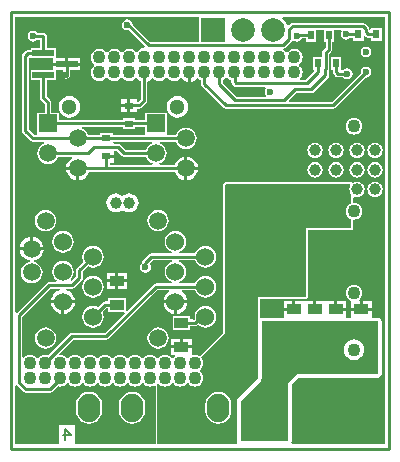
<source format=gbl>
G04*
G04 #@! TF.GenerationSoftware,Altium Limited,Altium Designer,21.1.1 (26)*
G04*
G04 Layer_Physical_Order=4*
G04 Layer_Color=16711680*
%FSLAX44Y44*%
%MOMM*%
G71*
G04*
G04 #@! TF.SameCoordinates,10801997-8E17-44FE-B4C4-5EB474501812*
G04*
G04*
G04 #@! TF.FilePolarity,Positive*
G04*
G01*
G75*
%ADD13C,0.2000*%
%ADD15C,0.2540*%
%ADD21R,1.2000X0.9000*%
%ADD31C,1.5240*%
%ADD37C,1.1000*%
%ADD38O,1.9000X2.4000*%
%ADD39C,1.5000*%
%ADD40C,2.0000*%
%ADD41R,2.0000X2.0000*%
%ADD42C,1.3000*%
%ADD43R,1.5000X1.5000*%
%ADD44C,0.6000*%
%ADD45C,1.0000*%
%ADD47R,0.6000X0.8000*%
%ADD48R,0.8000X0.6000*%
%ADD49R,1.8500X0.5500*%
G36*
X265120Y344500D02*
X266796D01*
Y339550D01*
X264716Y337471D01*
X264104Y336554D01*
X263889Y335474D01*
X263889Y335473D01*
Y331890D01*
X255850D01*
Y320890D01*
X256754D01*
X257206Y319620D01*
X249730Y312144D01*
X245453D01*
X245021Y313414D01*
X245312Y313638D01*
X246434Y315100D01*
X247140Y316803D01*
X247380Y318630D01*
X247140Y320457D01*
X246434Y322160D01*
X245312Y323622D01*
X244569Y324193D01*
Y325767D01*
X245312Y326338D01*
X246434Y327800D01*
X247140Y329503D01*
X247380Y331330D01*
X247140Y333157D01*
X246434Y334860D01*
X245312Y336322D01*
X243850Y337444D01*
X242147Y338150D01*
X240320Y338390D01*
X238493Y338150D01*
X236790Y337444D01*
X235327Y336322D01*
X234757Y335578D01*
X233183D01*
X232612Y336322D01*
X231150Y337444D01*
X230965Y337521D01*
X231095Y338842D01*
X231641Y338951D01*
X232557Y339563D01*
X238106Y345112D01*
X238106Y345112D01*
X238250Y345327D01*
X238401Y345432D01*
X239585Y345746D01*
X239877Y345650D01*
X240774Y345051D01*
X242530Y344702D01*
X244286Y345051D01*
X245774Y346046D01*
X246769Y347534D01*
X246801Y347696D01*
X249880D01*
Y344500D01*
X258880D01*
Y354946D01*
X265120D01*
Y344500D01*
D02*
G37*
G36*
X317232Y4078D02*
X238625D01*
X238090Y4798D01*
X237859Y5348D01*
X238058Y6350D01*
Y54593D01*
X243857Y60392D01*
X311150D01*
X312339Y60629D01*
X313347Y61302D01*
X314021Y62311D01*
X314258Y63500D01*
Y107950D01*
X314021Y109139D01*
X313347Y110147D01*
X312339Y110821D01*
X311150Y111058D01*
X306985D01*
X305720Y111070D01*
X305720Y112328D01*
Y116840D01*
X288640D01*
X288640Y111070D01*
X287375Y111058D01*
X285395D01*
X284130Y111070D01*
X284130Y112328D01*
Y116840D01*
X275590D01*
Y118110D01*
X274320D01*
Y125150D01*
X267620D01*
X266700Y125150D01*
X265780Y125150D01*
X259080D01*
Y118110D01*
X256540D01*
Y125150D01*
X249840D01*
X248920Y125150D01*
X248000Y125150D01*
X241300D01*
Y118110D01*
X240030D01*
Y116840D01*
X231490D01*
X231490Y111070D01*
X230225Y111058D01*
X212658D01*
X212444Y111015D01*
X211174Y112035D01*
Y126646D01*
X250190D01*
X251338Y127122D01*
X251814Y128270D01*
Y185066D01*
X288453D01*
X289601Y185542D01*
X290076Y186690D01*
Y193329D01*
X290830Y193990D01*
X292657Y194230D01*
X294360Y194935D01*
X295822Y196057D01*
X296945Y197520D01*
X297650Y199223D01*
X297890Y201050D01*
X297650Y202877D01*
X296945Y204580D01*
X295822Y206042D01*
X294360Y207164D01*
X292657Y207870D01*
X290830Y208110D01*
X290076Y208771D01*
Y212664D01*
X291346Y213513D01*
X291673Y213377D01*
X293370Y213154D01*
X295067Y213377D01*
X296648Y214032D01*
X298006Y215074D01*
X299048Y216432D01*
X299703Y218013D01*
X299926Y219710D01*
X299703Y221407D01*
X299048Y222988D01*
X298006Y224346D01*
X296648Y225388D01*
X295067Y226043D01*
X293370Y226266D01*
X291673Y226043D01*
X290092Y225388D01*
X289632Y225034D01*
X288354Y225589D01*
X288009Y225732D01*
X287728Y225978D01*
X287457Y225960D01*
X287206Y226064D01*
X182508Y226081D01*
X182508Y226081D01*
X182508Y226081D01*
X181887Y225824D01*
X181360Y225605D01*
X181360Y225605D01*
X181360Y225605D01*
X180462Y224707D01*
X180462Y224707D01*
X180462Y224707D01*
X180210Y224098D01*
X179986Y223559D01*
X179986Y223559D01*
X179986Y223559D01*
X179986Y98392D01*
X160164Y78570D01*
X159906Y78501D01*
X159850Y78545D01*
X158147Y79250D01*
X156320Y79490D01*
X154565Y79259D01*
X154464Y79271D01*
X153320Y80139D01*
Y85090D01*
X144780D01*
X136240D01*
Y79320D01*
X139014D01*
X139445Y78050D01*
X138628Y77422D01*
X138057Y76679D01*
X136483D01*
X135912Y77422D01*
X134450Y78545D01*
X132747Y79250D01*
X130920Y79490D01*
X129093Y79250D01*
X127390Y78545D01*
X125927Y77422D01*
X125357Y76679D01*
X123783D01*
X123212Y77422D01*
X121750Y78545D01*
X120047Y79250D01*
X118220Y79490D01*
X116393Y79250D01*
X114690Y78545D01*
X113228Y77422D01*
X112657Y76679D01*
X111083D01*
X110512Y77422D01*
X109050Y78545D01*
X107347Y79250D01*
X105520Y79490D01*
X103693Y79250D01*
X101990Y78545D01*
X100527Y77422D01*
X99957Y76679D01*
X98383D01*
X97812Y77422D01*
X96350Y78545D01*
X94647Y79250D01*
X92820Y79490D01*
X90993Y79250D01*
X89290Y78545D01*
X87828Y77422D01*
X87257Y76679D01*
X85683D01*
X85112Y77422D01*
X83650Y78545D01*
X81947Y79250D01*
X80120Y79490D01*
X78293Y79250D01*
X76590Y78545D01*
X75128Y77422D01*
X74557Y76679D01*
X72983D01*
X72412Y77422D01*
X70950Y78545D01*
X69247Y79250D01*
X67420Y79490D01*
X65593Y79250D01*
X63890Y78545D01*
X62428Y77422D01*
X61857Y76679D01*
X60283D01*
X59712Y77422D01*
X58250Y78545D01*
X56547Y79250D01*
X54720Y79490D01*
X52893Y79250D01*
X51190Y78545D01*
X49728Y77422D01*
X49157Y76679D01*
X47583D01*
X47012Y77422D01*
X45550Y78545D01*
X43847Y79250D01*
X42020Y79490D01*
X41656Y79443D01*
X41063Y80645D01*
X52843Y92426D01*
X81280D01*
X81280Y92426D01*
X82361Y92641D01*
X83277Y93253D01*
X124360Y134336D01*
X133794D01*
X134226Y133066D01*
X132454Y131706D01*
X130825Y129584D01*
X129802Y127112D01*
X129620Y125730D01*
X139700D01*
X149781D01*
X149599Y127112D01*
X148575Y129584D01*
X146946Y131706D01*
X145175Y133066D01*
X145606Y134336D01*
X156398D01*
X157134Y132561D01*
X158596Y130655D01*
X160501Y129194D01*
X162719Y128275D01*
X165100Y127961D01*
X167481Y128275D01*
X169699Y129194D01*
X171604Y130655D01*
X173066Y132561D01*
X173985Y134779D01*
X174299Y137160D01*
X173985Y139541D01*
X173066Y141759D01*
X171604Y143665D01*
X169699Y145126D01*
X167481Y146045D01*
X165100Y146359D01*
X162719Y146045D01*
X160501Y145126D01*
X158596Y143665D01*
X157134Y141759D01*
X156398Y139984D01*
X143008D01*
X142756Y141254D01*
X144299Y141894D01*
X146205Y143356D01*
X147666Y145261D01*
X148585Y147479D01*
X148899Y149860D01*
X148585Y152241D01*
X147666Y154459D01*
X146205Y156364D01*
X144299Y157826D01*
X142756Y158466D01*
X143008Y159736D01*
X156398D01*
X157134Y157961D01*
X158596Y156055D01*
X160501Y154594D01*
X162719Y153675D01*
X165100Y153361D01*
X167481Y153675D01*
X169699Y154594D01*
X171604Y156055D01*
X173066Y157961D01*
X173985Y160179D01*
X174299Y162560D01*
X173985Y164941D01*
X173066Y167159D01*
X171604Y169065D01*
X169699Y170526D01*
X167481Y171445D01*
X165100Y171759D01*
X162719Y171445D01*
X160501Y170526D01*
X158596Y169065D01*
X157134Y167159D01*
X156398Y165384D01*
X143008D01*
X142756Y166654D01*
X144299Y167294D01*
X146205Y168755D01*
X147666Y170661D01*
X148585Y172879D01*
X148899Y175260D01*
X148585Y177641D01*
X147666Y179859D01*
X146205Y181765D01*
X144299Y183226D01*
X142081Y184145D01*
X139700Y184459D01*
X137319Y184145D01*
X135101Y183226D01*
X133195Y181765D01*
X131734Y179859D01*
X130815Y177641D01*
X130501Y175260D01*
X130815Y172879D01*
X131734Y170661D01*
X133195Y168755D01*
X135101Y167294D01*
X136644Y166654D01*
X136392Y165384D01*
X119380D01*
X119380Y165384D01*
X118299Y165169D01*
X117383Y164557D01*
X117383Y164557D01*
X112303Y159477D01*
X111691Y158561D01*
X111476Y157480D01*
X111476Y157480D01*
Y157195D01*
X111056Y156914D01*
X110061Y155426D01*
X109712Y153670D01*
X110061Y151914D01*
X111056Y150426D01*
X112544Y149431D01*
X114300Y149082D01*
X116056Y149431D01*
X117544Y150426D01*
X118539Y151914D01*
X118888Y153670D01*
X118539Y155426D01*
X117618Y156804D01*
X120550Y159736D01*
X136392D01*
X136644Y158466D01*
X135101Y157826D01*
X133195Y156364D01*
X131734Y154459D01*
X130815Y152241D01*
X130501Y149860D01*
X130815Y147479D01*
X131734Y145261D01*
X133195Y143356D01*
X135101Y141894D01*
X136644Y141254D01*
X136392Y139984D01*
X123190D01*
X122109Y139769D01*
X121193Y139157D01*
X121193Y139157D01*
X98940Y116904D01*
X97670Y117430D01*
Y127920D01*
X82670D01*
Y124744D01*
X80010D01*
X78929Y124529D01*
X78013Y123917D01*
X74006Y119910D01*
X72231Y120645D01*
X69850Y120959D01*
X67469Y120645D01*
X65251Y119726D01*
X63345Y118265D01*
X61884Y116359D01*
X60965Y114141D01*
X60651Y111760D01*
X60965Y109379D01*
X61884Y107161D01*
X63345Y105255D01*
X65251Y103794D01*
X67469Y102875D01*
X69850Y102561D01*
X72231Y102875D01*
X74449Y103794D01*
X76354Y105255D01*
X77816Y107161D01*
X78735Y109379D01*
X79049Y111760D01*
X78735Y114141D01*
X78000Y115916D01*
X81180Y119096D01*
X82670D01*
Y115920D01*
X96160D01*
X96686Y114650D01*
X80110Y98074D01*
X51674D01*
X51674Y98074D01*
X50593Y97859D01*
X49677Y97247D01*
X31523Y79094D01*
X31147Y79250D01*
X29320Y79490D01*
X27493Y79250D01*
X25790Y78545D01*
X24327Y77422D01*
X23757Y76679D01*
X22183D01*
X21612Y77422D01*
X20150Y78545D01*
X18447Y79250D01*
X16620Y79490D01*
X14793Y79250D01*
X13090Y78545D01*
X11628Y77422D01*
X11404Y77132D01*
X10134Y77563D01*
Y111986D01*
X33754Y135606D01*
X41611D01*
X41798Y134359D01*
X39326Y133335D01*
X37204Y131706D01*
X35575Y129584D01*
X34551Y127112D01*
X34369Y125730D01*
X44450D01*
X54531D01*
X54349Y127112D01*
X53325Y129584D01*
X51696Y131706D01*
X49574Y133335D01*
X47102Y134359D01*
X47289Y135606D01*
X52070D01*
X52070Y135606D01*
X53151Y135821D01*
X54067Y136433D01*
X60417Y142783D01*
X60417Y142783D01*
X61029Y143699D01*
X61244Y144780D01*
Y149960D01*
X65694Y154410D01*
X67469Y153675D01*
X69850Y153361D01*
X72231Y153675D01*
X74449Y154594D01*
X76354Y156055D01*
X77816Y157961D01*
X78735Y160179D01*
X79049Y162560D01*
X78735Y164941D01*
X77816Y167159D01*
X76354Y169065D01*
X74449Y170526D01*
X72231Y171445D01*
X69850Y171759D01*
X67469Y171445D01*
X65251Y170526D01*
X63345Y169065D01*
X61884Y167159D01*
X60965Y164941D01*
X60651Y162560D01*
X60965Y160179D01*
X61700Y158404D01*
X56423Y153127D01*
X55811Y152211D01*
X55596Y151130D01*
X55596Y151130D01*
Y145950D01*
X51455Y141809D01*
X51125Y141886D01*
X50827Y143258D01*
X50954Y143356D01*
X52416Y145261D01*
X53335Y147479D01*
X53649Y149860D01*
X53335Y152241D01*
X52416Y154459D01*
X50954Y156364D01*
X49049Y157826D01*
X46831Y158745D01*
X44450Y159059D01*
X42069Y158745D01*
X39851Y157826D01*
X37945Y156364D01*
X36484Y154459D01*
X35565Y152241D01*
X35251Y149860D01*
X35565Y147479D01*
X36484Y145261D01*
X37945Y143356D01*
X39029Y142524D01*
X38598Y141254D01*
X32584D01*
X31503Y141039D01*
X30587Y140427D01*
X30587Y140427D01*
X5348Y115188D01*
X5196Y115194D01*
X4078Y115591D01*
Y365492D01*
X159950D01*
Y344384D01*
X118080D01*
X103568Y358897D01*
X103588Y359000D01*
X103239Y360756D01*
X102244Y362244D01*
X100756Y363239D01*
X99000Y363588D01*
X97244Y363239D01*
X95756Y362244D01*
X94761Y360756D01*
X94412Y359000D01*
X94761Y357244D01*
X95756Y355756D01*
X97244Y354761D01*
X99000Y354412D01*
X99888Y354588D01*
X113822Y340654D01*
X113404Y339642D01*
X113250Y339430D01*
X111221Y339163D01*
X109265Y338353D01*
X107586Y337064D01*
X106950Y336235D01*
X105680D01*
X105612Y336322D01*
X104150Y337444D01*
X102447Y338150D01*
X100620Y338390D01*
X98793Y338150D01*
X97090Y337444D01*
X95627Y336322D01*
X95057Y335578D01*
X93483D01*
X92912Y336322D01*
X91450Y337444D01*
X89747Y338150D01*
X87920Y338390D01*
X86093Y338150D01*
X84390Y337444D01*
X82928Y336322D01*
X82357Y335578D01*
X80783D01*
X80212Y336322D01*
X78750Y337444D01*
X77047Y338150D01*
X75220Y338390D01*
X73393Y338150D01*
X71690Y337444D01*
X70227Y336322D01*
X69106Y334860D01*
X68400Y333157D01*
X68160Y331330D01*
X68400Y329503D01*
X69106Y327800D01*
X70227Y326338D01*
X70971Y325767D01*
Y324193D01*
X70227Y323622D01*
X69106Y322160D01*
X68400Y320457D01*
X68160Y318630D01*
X68400Y316803D01*
X69106Y315100D01*
X70227Y313638D01*
X71690Y312516D01*
X73393Y311810D01*
X75220Y311570D01*
X77047Y311810D01*
X78750Y312516D01*
X80212Y313638D01*
X80783Y314382D01*
X82357D01*
X82928Y313638D01*
X84390Y312516D01*
X86093Y311810D01*
X87920Y311570D01*
X89747Y311810D01*
X91450Y312516D01*
X92912Y313638D01*
X93483Y314382D01*
X95057D01*
X95627Y313638D01*
X97090Y312516D01*
X98793Y311810D01*
X100620Y311570D01*
X102447Y311810D01*
X104150Y312516D01*
X105612Y313638D01*
X105680Y313725D01*
X106950D01*
X107586Y312896D01*
X109265Y311607D01*
X110206Y311218D01*
Y295810D01*
X108140Y293744D01*
X106870Y293871D01*
Y296116D01*
X101600D01*
Y290576D01*
Y285036D01*
X106870D01*
Y288006D01*
X109220D01*
X109220Y288006D01*
X110301Y288221D01*
X111217Y288833D01*
X115027Y292643D01*
X115639Y293559D01*
X115854Y294640D01*
X115854Y294640D01*
Y310977D01*
X117375Y311607D01*
X119054Y312896D01*
X119690Y313725D01*
X120960D01*
X121027Y313638D01*
X122490Y312516D01*
X124193Y311810D01*
X126020Y311570D01*
X127847Y311810D01*
X129550Y312516D01*
X131012Y313638D01*
X131583Y314382D01*
X133157D01*
X133728Y313638D01*
X135190Y312516D01*
X136893Y311810D01*
X138720Y311570D01*
X140547Y311810D01*
X142250Y312516D01*
X143712Y313638D01*
X143779Y313725D01*
X145050D01*
X145686Y312896D01*
X147365Y311607D01*
X149321Y310797D01*
X150150Y310688D01*
Y318630D01*
X152690D01*
Y310688D01*
X153519Y310797D01*
X155475Y311607D01*
X157154Y312896D01*
X157790Y313725D01*
X159060D01*
X159128Y313638D01*
X160590Y312516D01*
X161296Y312223D01*
Y309056D01*
X161296Y309056D01*
X161511Y307975D01*
X162123Y307059D01*
X180309Y288873D01*
X181225Y288261D01*
X182306Y288046D01*
X182306Y288046D01*
X273090D01*
X273090Y288046D01*
X274171Y288261D01*
X275087Y288873D01*
X300494Y314280D01*
X300990Y314182D01*
X302746Y314531D01*
X304234Y315526D01*
X305229Y317014D01*
X305578Y318770D01*
X305229Y320526D01*
X304234Y322014D01*
X302746Y323009D01*
X300990Y323358D01*
X299234Y323009D01*
X297746Y322014D01*
X296751Y320526D01*
X296402Y318770D01*
X296500Y318274D01*
X271920Y293694D01*
X235959D01*
X235473Y294868D01*
X242021Y301416D01*
X254710D01*
X254710Y301416D01*
X255791Y301631D01*
X256707Y302243D01*
X268697Y314233D01*
X268697Y314233D01*
X269309Y315149D01*
X269524Y316230D01*
X269524Y316230D01*
Y321734D01*
X269538Y321802D01*
X269538Y321802D01*
Y334304D01*
X271617Y336383D01*
X271617Y336383D01*
X272229Y337299D01*
X272444Y338380D01*
X272444Y338380D01*
Y344500D01*
X274120D01*
Y354946D01*
X279697D01*
X280376Y353676D01*
X279761Y352756D01*
X279412Y351000D01*
X279761Y349244D01*
X280756Y347756D01*
X282244Y346761D01*
X284000Y346412D01*
X285756Y346761D01*
X287244Y347756D01*
X287525Y348176D01*
X289880D01*
Y345500D01*
X298880D01*
Y349277D01*
X300053Y349762D01*
X300813Y349003D01*
X300813Y349003D01*
X301729Y348391D01*
X302810Y348176D01*
X305120D01*
Y345500D01*
X314120D01*
Y356500D01*
X305120D01*
Y355364D01*
X303850Y354791D01*
X303493Y355107D01*
Y355629D01*
X303278Y356710D01*
X302666Y357626D01*
X302666Y357626D01*
X300524Y359767D01*
X299608Y360379D01*
X298527Y360594D01*
X298527Y360594D01*
X238770D01*
X238770Y360594D01*
X237689Y360379D01*
X236773Y359767D01*
X236773Y359767D01*
X235481Y358475D01*
X233983Y358773D01*
X233204Y360654D01*
X231194Y363274D01*
X229958Y364222D01*
X230389Y365492D01*
X317232D01*
Y4078D01*
D02*
G37*
G36*
X184527Y313638D02*
X185990Y312516D01*
X186960Y312114D01*
Y310808D01*
X186960Y310808D01*
X187175Y309727D01*
X187787Y308811D01*
X189275Y307323D01*
X189275Y307323D01*
X190191Y306711D01*
X191272Y306496D01*
X215837D01*
X216280Y305226D01*
X215471Y304016D01*
X215122Y302260D01*
X215471Y300504D01*
X216466Y299016D01*
X216062Y297758D01*
X191670D01*
X179644Y309784D01*
Y312223D01*
X180350Y312516D01*
X181812Y313638D01*
X182383Y314382D01*
X183957D01*
X184527Y313638D01*
D02*
G37*
G36*
X287206Y224441D02*
X287832Y223171D01*
X287692Y222988D01*
X287037Y221407D01*
X286814Y219710D01*
X287037Y218013D01*
X287692Y216432D01*
X288453Y215441D01*
Y207642D01*
X287300Y207164D01*
X285838Y206042D01*
X284715Y204580D01*
X284010Y202877D01*
X283770Y201050D01*
X284010Y199223D01*
X284715Y197520D01*
X285838Y196057D01*
X287300Y194935D01*
X288453Y194458D01*
Y186690D01*
X250190D01*
Y128270D01*
X209550D01*
X209550Y59690D01*
X191770Y41910D01*
Y4078D01*
X124460D01*
Y54564D01*
X125730Y54995D01*
X125927Y54738D01*
X127390Y53615D01*
X129093Y52910D01*
X130920Y52670D01*
X132747Y52910D01*
X134450Y53615D01*
X135912Y54738D01*
X136483Y55482D01*
X138057D01*
X138628Y54738D01*
X140090Y53615D01*
X141793Y52910D01*
X143620Y52670D01*
X145447Y52910D01*
X147150Y53615D01*
X148612Y54738D01*
X149183Y55482D01*
X150757D01*
X151327Y54738D01*
X152790Y53615D01*
X154493Y52910D01*
X156320Y52670D01*
X158147Y52910D01*
X159850Y53615D01*
X161312Y54738D01*
X162434Y56200D01*
X163140Y57903D01*
X163380Y59730D01*
X163140Y61557D01*
X162434Y63260D01*
X161312Y64722D01*
X160569Y65293D01*
Y66867D01*
X161312Y67438D01*
X162434Y68900D01*
X163140Y70603D01*
X163380Y72430D01*
X163140Y74257D01*
X162434Y75960D01*
X161312Y77422D01*
X181610Y97720D01*
X181610Y223559D01*
X182508Y224457D01*
X287206Y224441D01*
D02*
G37*
G36*
X113228Y54738D02*
X114690Y53615D01*
X116393Y52910D01*
X118220Y52670D01*
X120047Y52910D01*
X121566Y53539D01*
X122836Y53042D01*
Y4078D01*
X54840D01*
Y20577D01*
X41175D01*
Y4078D01*
X4078D01*
Y53438D01*
X5196Y53835D01*
X5348Y53841D01*
X10767Y48423D01*
X10767Y48423D01*
X11683Y47811D01*
X12764Y47596D01*
X12764Y47596D01*
X33176D01*
X33176Y47596D01*
X34257Y47811D01*
X35173Y48423D01*
X39817Y53066D01*
X40193Y52910D01*
X42020Y52670D01*
X43847Y52910D01*
X45550Y53615D01*
X47012Y54738D01*
X47583Y55482D01*
X49157D01*
X49728Y54738D01*
X51190Y53615D01*
X52893Y52910D01*
X54720Y52670D01*
X56547Y52910D01*
X58250Y53615D01*
X59712Y54738D01*
X60283Y55482D01*
X61857D01*
X62428Y54738D01*
X63890Y53615D01*
X65593Y52910D01*
X67420Y52670D01*
X69247Y52910D01*
X70950Y53615D01*
X72412Y54738D01*
X72983Y55482D01*
X74557D01*
X75128Y54738D01*
X76590Y53615D01*
X78293Y52910D01*
X80120Y52670D01*
X81947Y52910D01*
X83650Y53615D01*
X85112Y54738D01*
X85683Y55482D01*
X87257D01*
X87828Y54738D01*
X89290Y53615D01*
X90993Y52910D01*
X92820Y52670D01*
X94647Y52910D01*
X96350Y53615D01*
X97812Y54738D01*
X98383Y55482D01*
X99957D01*
X100527Y54738D01*
X101990Y53615D01*
X103693Y52910D01*
X105520Y52670D01*
X107347Y52910D01*
X109050Y53615D01*
X110512Y54738D01*
X111083Y55482D01*
X112657D01*
X113228Y54738D01*
D02*
G37*
G36*
X311150Y63500D02*
X242570D01*
X234950Y55880D01*
Y6350D01*
X194878D01*
Y40623D01*
X211747Y57492D01*
X212421Y58501D01*
X212658Y59690D01*
X212658Y107950D01*
X311150D01*
Y63500D01*
D02*
G37*
%LPC*%
G36*
X19050Y353838D02*
X17294Y353489D01*
X15806Y352494D01*
X14811Y351006D01*
X14462Y349250D01*
X14811Y347494D01*
X15806Y346006D01*
X17294Y345011D01*
X19050Y344662D01*
X20806Y345011D01*
X22294Y346006D01*
X22575Y346426D01*
X25116D01*
Y339480D01*
X17190D01*
Y338054D01*
X15190D01*
X15190Y338054D01*
X14109Y337839D01*
X13193Y337227D01*
X13193Y337227D01*
X10703Y334737D01*
X10091Y333821D01*
X9876Y332740D01*
X9876Y332740D01*
Y269240D01*
X9876Y269240D01*
X10091Y268159D01*
X10703Y267243D01*
X17053Y260893D01*
X17053Y260893D01*
X17969Y260281D01*
X19050Y260066D01*
X28755D01*
X29008Y258796D01*
X27211Y258051D01*
X25331Y256609D01*
X23888Y254729D01*
X22982Y252540D01*
X22672Y250190D01*
X22982Y247840D01*
X23888Y245651D01*
X25331Y243771D01*
X27211Y242328D01*
X29400Y241422D01*
X31750Y241112D01*
X34100Y241422D01*
X36289Y242328D01*
X38169Y243771D01*
X39611Y245651D01*
X40322Y247366D01*
X51533D01*
X51744Y246944D01*
X51873Y246096D01*
X49989Y244651D01*
X48380Y242553D01*
X47368Y240111D01*
X47191Y238760D01*
X57150D01*
Y237490D01*
X58420D01*
Y227531D01*
X59771Y227708D01*
X62213Y228720D01*
X64311Y230329D01*
X65920Y232427D01*
X66847Y234666D01*
X138893D01*
X139820Y232427D01*
X141429Y230329D01*
X143527Y228720D01*
X145969Y227708D01*
X147320Y227531D01*
Y237490D01*
Y247449D01*
X145969Y247272D01*
X143527Y246260D01*
X141429Y244651D01*
X139820Y242553D01*
X138893Y240314D01*
X126185D01*
X125932Y241584D01*
X127729Y242328D01*
X129609Y243771D01*
X131052Y245651D01*
X131958Y247840D01*
X132268Y250190D01*
X131958Y252540D01*
X131052Y254729D01*
X129609Y256609D01*
X127729Y258051D01*
X125932Y258796D01*
X126185Y260066D01*
X140018D01*
X140729Y258351D01*
X142171Y256471D01*
X144051Y255028D01*
X146241Y254122D01*
X148590Y253812D01*
X150940Y254122D01*
X153129Y255028D01*
X155009Y256471D01*
X156452Y258351D01*
X157358Y260541D01*
X157668Y262890D01*
X157358Y265240D01*
X156452Y267429D01*
X155009Y269309D01*
X153129Y270751D01*
X150940Y271658D01*
X148590Y271968D01*
X146241Y271658D01*
X144051Y270751D01*
X142171Y269309D01*
X140729Y267429D01*
X140018Y265714D01*
X133097D01*
X132190Y266590D01*
Y284590D01*
X114190D01*
Y278414D01*
X105830D01*
Y279836D01*
X94830D01*
Y278414D01*
X40750D01*
Y284590D01*
X34574D01*
Y293370D01*
X34574Y293370D01*
X34359Y294451D01*
X33747Y295367D01*
X30764Y298350D01*
Y311980D01*
X38690D01*
Y320440D01*
X44616D01*
Y317663D01*
X44381Y317311D01*
X44166Y316230D01*
X44381Y315149D01*
X44993Y314233D01*
X45909Y313621D01*
X46990Y313406D01*
X48071Y313621D01*
X48987Y314233D01*
X49437Y314683D01*
X49437Y314683D01*
X50049Y315599D01*
X50264Y316680D01*
X50264Y316680D01*
Y320440D01*
X59230D01*
Y324460D01*
X47440D01*
X35650D01*
Y320480D01*
X17190D01*
Y311980D01*
X25116D01*
Y297180D01*
X25116Y297180D01*
X25331Y296099D01*
X25943Y295183D01*
X28926Y292200D01*
Y284590D01*
X22750D01*
Y266590D01*
X21843Y265714D01*
X20220D01*
X15524Y270410D01*
Y330755D01*
X15920Y331025D01*
X17190Y330980D01*
Y330980D01*
X35650D01*
Y327000D01*
X46170D01*
Y331020D01*
X38690D01*
Y339480D01*
X30764D01*
Y349250D01*
X30549Y350331D01*
X29937Y351247D01*
X29021Y351859D01*
X27940Y352074D01*
X22575D01*
X22294Y352494D01*
X20806Y353489D01*
X19050Y353838D01*
D02*
G37*
G36*
X301000Y340588D02*
X299244Y340239D01*
X297756Y339244D01*
X296761Y337756D01*
X296412Y336000D01*
X296761Y334244D01*
X297756Y332756D01*
X299244Y331761D01*
X301000Y331412D01*
X302756Y331761D01*
X304244Y332756D01*
X305239Y334244D01*
X305588Y336000D01*
X305239Y337756D01*
X304244Y339244D01*
X302756Y340239D01*
X301000Y340588D01*
D02*
G37*
G36*
X59230Y331020D02*
X48710D01*
Y327000D01*
X59230D01*
Y331020D01*
D02*
G37*
G36*
X280090Y331890D02*
X271090D01*
Y320890D01*
X272766D01*
Y318988D01*
X272766Y318988D01*
X272981Y317907D01*
X273593Y316991D01*
X275081Y315503D01*
X275081Y315503D01*
X275997Y314891D01*
X277078Y314676D01*
X281475D01*
X281756Y314256D01*
X283244Y313261D01*
X285000Y312912D01*
X286756Y313261D01*
X288244Y314256D01*
X289239Y315744D01*
X289588Y317500D01*
X289239Y319256D01*
X288244Y320744D01*
X286756Y321739D01*
X285000Y322088D01*
X283244Y321739D01*
X281756Y320744D01*
X281475Y320324D01*
X281126D01*
X280090Y320890D01*
Y331890D01*
D02*
G37*
G36*
X99060Y296116D02*
X93790D01*
Y291846D01*
X99060D01*
Y296116D01*
D02*
G37*
G36*
Y289306D02*
X93790D01*
Y285036D01*
X99060D01*
Y289306D01*
D02*
G37*
G36*
X141190Y298668D02*
X138841Y298358D01*
X136651Y297451D01*
X134771Y296009D01*
X133329Y294129D01*
X132422Y291940D01*
X132112Y289590D01*
X132422Y287241D01*
X133329Y285051D01*
X134771Y283171D01*
X136651Y281728D01*
X138841Y280822D01*
X141190Y280512D01*
X143539Y280822D01*
X145729Y281728D01*
X147609Y283171D01*
X149051Y285051D01*
X149958Y287241D01*
X150268Y289590D01*
X149958Y291940D01*
X149051Y294129D01*
X147609Y296009D01*
X145729Y297451D01*
X143539Y298358D01*
X141190Y298668D01*
D02*
G37*
G36*
X49750D02*
X47400Y298358D01*
X45211Y297451D01*
X43331Y296009D01*
X41888Y294129D01*
X40982Y291940D01*
X40672Y289590D01*
X40982Y287241D01*
X41888Y285051D01*
X43331Y283171D01*
X45211Y281728D01*
X47400Y280822D01*
X49750Y280512D01*
X52099Y280822D01*
X54289Y281728D01*
X56169Y283171D01*
X57611Y285051D01*
X58518Y287241D01*
X58828Y289590D01*
X58518Y291940D01*
X57611Y294129D01*
X56169Y296009D01*
X54289Y297451D01*
X52099Y298358D01*
X49750Y298668D01*
D02*
G37*
G36*
X290830Y280110D02*
X289003Y279870D01*
X287300Y279165D01*
X285838Y278042D01*
X284715Y276580D01*
X284010Y274877D01*
X283770Y273050D01*
X284010Y271223D01*
X284715Y269520D01*
X285838Y268058D01*
X287300Y266936D01*
X289003Y266230D01*
X290830Y265990D01*
X292657Y266230D01*
X294360Y266936D01*
X295822Y268058D01*
X296945Y269520D01*
X297650Y271223D01*
X297890Y273050D01*
X297650Y274877D01*
X296945Y276580D01*
X295822Y278042D01*
X294360Y279165D01*
X292657Y279870D01*
X290830Y280110D01*
D02*
G37*
G36*
X308610Y259286D02*
X306913Y259063D01*
X305332Y258408D01*
X303974Y257366D01*
X302932Y256008D01*
X302277Y254427D01*
X302054Y252730D01*
X302277Y251033D01*
X302932Y249452D01*
X303974Y248094D01*
X305332Y247052D01*
X306913Y246397D01*
X308610Y246174D01*
X310307Y246397D01*
X311888Y247052D01*
X313246Y248094D01*
X314288Y249452D01*
X314943Y251033D01*
X315166Y252730D01*
X314943Y254427D01*
X314288Y256008D01*
X313246Y257366D01*
X311888Y258408D01*
X310307Y259063D01*
X308610Y259286D01*
D02*
G37*
G36*
X293370D02*
X291673Y259063D01*
X290092Y258408D01*
X288734Y257366D01*
X287692Y256008D01*
X287037Y254427D01*
X286814Y252730D01*
X287037Y251033D01*
X287692Y249452D01*
X288734Y248094D01*
X290092Y247052D01*
X291673Y246397D01*
X293370Y246174D01*
X295067Y246397D01*
X296648Y247052D01*
X298006Y248094D01*
X299048Y249452D01*
X299703Y251033D01*
X299926Y252730D01*
X299703Y254427D01*
X299048Y256008D01*
X298006Y257366D01*
X296648Y258408D01*
X295067Y259063D01*
X293370Y259286D01*
D02*
G37*
G36*
X275590D02*
X273893Y259063D01*
X272312Y258408D01*
X270954Y257366D01*
X269912Y256008D01*
X269257Y254427D01*
X269034Y252730D01*
X269257Y251033D01*
X269912Y249452D01*
X270954Y248094D01*
X272312Y247052D01*
X273893Y246397D01*
X275590Y246174D01*
X277287Y246397D01*
X278868Y247052D01*
X280226Y248094D01*
X281268Y249452D01*
X281923Y251033D01*
X282146Y252730D01*
X281923Y254427D01*
X281268Y256008D01*
X280226Y257366D01*
X278868Y258408D01*
X277287Y259063D01*
X275590Y259286D01*
D02*
G37*
G36*
X257810D02*
X256113Y259063D01*
X254532Y258408D01*
X253174Y257366D01*
X252132Y256008D01*
X251477Y254427D01*
X251254Y252730D01*
X251477Y251033D01*
X252132Y249452D01*
X253174Y248094D01*
X254532Y247052D01*
X256113Y246397D01*
X257810Y246174D01*
X259507Y246397D01*
X261088Y247052D01*
X262446Y248094D01*
X263488Y249452D01*
X264143Y251033D01*
X264366Y252730D01*
X264143Y254427D01*
X263488Y256008D01*
X262446Y257366D01*
X261088Y258408D01*
X259507Y259063D01*
X257810Y259286D01*
D02*
G37*
G36*
X149860Y247449D02*
Y238760D01*
X158549D01*
X158372Y240111D01*
X157360Y242553D01*
X155751Y244651D01*
X153653Y246260D01*
X151211Y247272D01*
X149860Y247449D01*
D02*
G37*
G36*
X308610Y242776D02*
X306913Y242553D01*
X305332Y241898D01*
X303974Y240856D01*
X302932Y239498D01*
X302277Y237917D01*
X302054Y236220D01*
X302277Y234523D01*
X302932Y232942D01*
X303974Y231584D01*
X305332Y230542D01*
X306913Y229887D01*
X308610Y229664D01*
X310307Y229887D01*
X311888Y230542D01*
X313246Y231584D01*
X314288Y232942D01*
X314943Y234523D01*
X315166Y236220D01*
X314943Y237917D01*
X314288Y239498D01*
X313246Y240856D01*
X311888Y241898D01*
X310307Y242553D01*
X308610Y242776D01*
D02*
G37*
G36*
X293370D02*
X291673Y242553D01*
X290092Y241898D01*
X288734Y240856D01*
X287692Y239498D01*
X287037Y237917D01*
X286814Y236220D01*
X287037Y234523D01*
X287692Y232942D01*
X288734Y231584D01*
X290092Y230542D01*
X291673Y229887D01*
X293370Y229664D01*
X295067Y229887D01*
X296648Y230542D01*
X298006Y231584D01*
X299048Y232942D01*
X299703Y234523D01*
X299926Y236220D01*
X299703Y237917D01*
X299048Y239498D01*
X298006Y240856D01*
X296648Y241898D01*
X295067Y242553D01*
X293370Y242776D01*
D02*
G37*
G36*
X275590D02*
X273893Y242553D01*
X272312Y241898D01*
X270954Y240856D01*
X269912Y239498D01*
X269257Y237917D01*
X269034Y236220D01*
X269257Y234523D01*
X269912Y232942D01*
X270954Y231584D01*
X272312Y230542D01*
X273893Y229887D01*
X275590Y229664D01*
X277287Y229887D01*
X278868Y230542D01*
X280226Y231584D01*
X281268Y232942D01*
X281923Y234523D01*
X282146Y236220D01*
X281923Y237917D01*
X281268Y239498D01*
X280226Y240856D01*
X278868Y241898D01*
X277287Y242553D01*
X275590Y242776D01*
D02*
G37*
G36*
X257810D02*
X256113Y242553D01*
X254532Y241898D01*
X253174Y240856D01*
X252132Y239498D01*
X251477Y237917D01*
X251254Y236220D01*
X251477Y234523D01*
X252132Y232942D01*
X253174Y231584D01*
X254532Y230542D01*
X256113Y229887D01*
X257810Y229664D01*
X259507Y229887D01*
X261088Y230542D01*
X262446Y231584D01*
X263488Y232942D01*
X264143Y234523D01*
X264366Y236220D01*
X264143Y237917D01*
X263488Y239498D01*
X262446Y240856D01*
X261088Y241898D01*
X259507Y242553D01*
X257810Y242776D01*
D02*
G37*
G36*
X158549Y236220D02*
X149860D01*
Y227531D01*
X151211Y227708D01*
X153653Y228720D01*
X155751Y230329D01*
X157360Y232427D01*
X158372Y234869D01*
X158549Y236220D01*
D02*
G37*
G36*
X55880D02*
X47191D01*
X47368Y234869D01*
X48380Y232427D01*
X49989Y230329D01*
X52087Y228720D01*
X54529Y227708D01*
X55880Y227531D01*
Y236220D01*
D02*
G37*
G36*
X100330Y216397D02*
X98229Y216121D01*
X96271Y215310D01*
X94752Y214144D01*
X93259Y215290D01*
X91301Y216101D01*
X89200Y216378D01*
X87099Y216101D01*
X85141Y215290D01*
X83460Y214000D01*
X82170Y212319D01*
X81359Y210361D01*
X81083Y208260D01*
X81359Y206160D01*
X82170Y204202D01*
X83460Y202521D01*
X85141Y201231D01*
X87099Y200420D01*
X89200Y200143D01*
X91301Y200420D01*
X93259Y201231D01*
X94778Y202396D01*
X96271Y201250D01*
X98229Y200439D01*
X100330Y200163D01*
X102431Y200439D01*
X104389Y201250D01*
X106070Y202540D01*
X107360Y204221D01*
X108171Y206179D01*
X108447Y208280D01*
X108171Y210381D01*
X107360Y212339D01*
X106070Y214020D01*
X104389Y215310D01*
X102431Y216121D01*
X100330Y216397D01*
D02*
G37*
G36*
X308610Y226266D02*
X306913Y226043D01*
X305332Y225388D01*
X303974Y224346D01*
X302932Y222988D01*
X302277Y221407D01*
X302054Y219710D01*
X302277Y218013D01*
X302932Y216432D01*
X303974Y215074D01*
X305332Y214032D01*
X306913Y213377D01*
X308610Y213154D01*
X310307Y213377D01*
X311888Y214032D01*
X313246Y215074D01*
X314288Y216432D01*
X314943Y218013D01*
X315166Y219710D01*
X314943Y221407D01*
X314288Y222988D01*
X313246Y224346D01*
X311888Y225388D01*
X310307Y226043D01*
X308610Y226266D01*
D02*
G37*
G36*
X124968Y202372D02*
X122619Y202062D01*
X120429Y201155D01*
X118549Y199713D01*
X117107Y197833D01*
X116200Y195644D01*
X115890Y193294D01*
X116200Y190944D01*
X117107Y188755D01*
X118549Y186875D01*
X120429Y185432D01*
X122619Y184526D01*
X124968Y184216D01*
X127317Y184526D01*
X129507Y185432D01*
X131387Y186875D01*
X132830Y188755D01*
X133736Y190944D01*
X134046Y193294D01*
X133736Y195644D01*
X132830Y197833D01*
X131387Y199713D01*
X129507Y201155D01*
X127317Y202062D01*
X124968Y202372D01*
D02*
G37*
G36*
X29718D02*
X27369Y202062D01*
X25179Y201155D01*
X23299Y199713D01*
X21857Y197833D01*
X20950Y195644D01*
X20640Y193294D01*
X20950Y190944D01*
X21857Y188755D01*
X23299Y186875D01*
X25179Y185432D01*
X27369Y184526D01*
X29718Y184216D01*
X32067Y184526D01*
X34257Y185432D01*
X36137Y186875D01*
X37580Y188755D01*
X38486Y190944D01*
X38796Y193294D01*
X38486Y195644D01*
X37580Y197833D01*
X36137Y199713D01*
X34257Y201155D01*
X32067Y202062D01*
X29718Y202372D01*
D02*
G37*
G36*
X19290Y179389D02*
Y170700D01*
X27979D01*
X27801Y172051D01*
X26790Y174493D01*
X25181Y176591D01*
X23083Y178200D01*
X20641Y179212D01*
X19290Y179389D01*
D02*
G37*
G36*
X16750D02*
X15399Y179212D01*
X12957Y178200D01*
X10859Y176591D01*
X9250Y174493D01*
X8238Y172051D01*
X8061Y170700D01*
X16750D01*
Y179389D01*
D02*
G37*
G36*
X44450Y184459D02*
X42069Y184145D01*
X39851Y183226D01*
X37945Y181765D01*
X36484Y179859D01*
X35565Y177641D01*
X35251Y175260D01*
X35565Y172879D01*
X36484Y170661D01*
X37945Y168755D01*
X39851Y167294D01*
X42069Y166375D01*
X44450Y166061D01*
X46831Y166375D01*
X49049Y167294D01*
X50954Y168755D01*
X52416Y170661D01*
X53335Y172879D01*
X53649Y175260D01*
X53335Y177641D01*
X52416Y179859D01*
X50954Y181765D01*
X49049Y183226D01*
X46831Y184145D01*
X44450Y184459D01*
D02*
G37*
G36*
X98710Y149280D02*
X91440D01*
Y143510D01*
X98710D01*
Y149280D01*
D02*
G37*
G36*
X88900D02*
X81630D01*
Y143510D01*
X88900D01*
Y149280D01*
D02*
G37*
G36*
X27979Y168160D02*
X18020D01*
X8061D01*
X8238Y166809D01*
X9250Y164367D01*
X10859Y162269D01*
X12957Y160660D01*
X15399Y159648D01*
X16177Y159546D01*
X16177Y158265D01*
X15670Y158198D01*
X13481Y157291D01*
X11601Y155849D01*
X10158Y153969D01*
X9252Y151779D01*
X8942Y149430D01*
X9252Y147080D01*
X10158Y144891D01*
X11601Y143011D01*
X13481Y141568D01*
X15670Y140662D01*
X18020Y140352D01*
X20370Y140662D01*
X22559Y141568D01*
X24439Y143011D01*
X25881Y144891D01*
X26788Y147080D01*
X27098Y149430D01*
X26788Y151779D01*
X25881Y153969D01*
X24439Y155849D01*
X22559Y157291D01*
X20370Y158198D01*
X19863Y158265D01*
X19863Y159546D01*
X20641Y159648D01*
X23083Y160660D01*
X25181Y162269D01*
X26790Y164367D01*
X27801Y166809D01*
X27979Y168160D01*
D02*
G37*
G36*
X98710Y140970D02*
X91440D01*
Y135200D01*
X98710D01*
Y140970D01*
D02*
G37*
G36*
X88900D02*
X81630D01*
Y135200D01*
X88900D01*
Y140970D01*
D02*
G37*
G36*
X69850Y146359D02*
X67469Y146045D01*
X65251Y145126D01*
X63345Y143665D01*
X61884Y141759D01*
X60965Y139541D01*
X60651Y137160D01*
X60965Y134779D01*
X61884Y132561D01*
X63345Y130655D01*
X65251Y129194D01*
X67469Y128275D01*
X69850Y127961D01*
X72231Y128275D01*
X74449Y129194D01*
X76354Y130655D01*
X77816Y132561D01*
X78735Y134779D01*
X79049Y137160D01*
X78735Y139541D01*
X77816Y141759D01*
X76354Y143665D01*
X74449Y145126D01*
X72231Y146045D01*
X69850Y146359D01*
D02*
G37*
G36*
X305720Y125150D02*
X298450D01*
Y119380D01*
X305720D01*
Y125150D01*
D02*
G37*
G36*
X290860Y139010D02*
X289033Y138770D01*
X287330Y138064D01*
X285868Y136942D01*
X284746Y135480D01*
X284040Y133777D01*
X283800Y131950D01*
X284040Y130123D01*
X284746Y128420D01*
X285868Y126958D01*
X287330Y125836D01*
X287554Y125743D01*
X288640Y125150D01*
X288640D01*
X288640Y125150D01*
Y119380D01*
X295910D01*
Y125150D01*
X295583D01*
X295152Y126420D01*
X295852Y126958D01*
X296975Y128420D01*
X297680Y130123D01*
X297920Y131950D01*
X297680Y133777D01*
X296975Y135480D01*
X295852Y136942D01*
X294390Y138064D01*
X292687Y138770D01*
X290860Y139010D01*
D02*
G37*
G36*
X276860Y125150D02*
Y119380D01*
X284130D01*
Y125150D01*
X276860D01*
D02*
G37*
G36*
X238760D02*
X231490D01*
Y119380D01*
X238760D01*
Y125150D01*
D02*
G37*
G36*
X149781Y123190D02*
X140970D01*
Y114380D01*
X142352Y114562D01*
X144824Y115585D01*
X146946Y117214D01*
X148575Y119336D01*
X149599Y121808D01*
X149781Y123190D01*
D02*
G37*
G36*
X54531D02*
X45720D01*
Y114380D01*
X47102Y114562D01*
X49574Y115585D01*
X51696Y117214D01*
X53325Y119336D01*
X54349Y121808D01*
X54531Y123190D01*
D02*
G37*
G36*
X138430D02*
X129620D01*
X129802Y121808D01*
X130825Y119336D01*
X132454Y117214D01*
X134576Y115585D01*
X137048Y114562D01*
X138430Y114380D01*
Y123190D01*
D02*
G37*
G36*
X43180D02*
X34369D01*
X34551Y121808D01*
X35575Y119336D01*
X37204Y117214D01*
X39326Y115585D01*
X41798Y114562D01*
X43180Y114380D01*
Y123190D01*
D02*
G37*
G36*
X165100Y120959D02*
X162719Y120645D01*
X160501Y119726D01*
X158596Y118265D01*
X157134Y116359D01*
X156215Y114141D01*
X155901Y111760D01*
X156089Y110333D01*
X155180Y109457D01*
X154940Y109504D01*
X154940Y109504D01*
X152280D01*
Y112680D01*
X137280D01*
Y100680D01*
X152280D01*
Y103856D01*
X154073D01*
X154077Y103853D01*
X155158Y103638D01*
X155158Y103638D01*
X156365D01*
X156365Y103638D01*
X157446Y103853D01*
X158363Y104465D01*
X158911Y105014D01*
X160501Y103794D01*
X162719Y102875D01*
X165100Y102561D01*
X167481Y102875D01*
X169699Y103794D01*
X171604Y105255D01*
X173066Y107161D01*
X173985Y109379D01*
X174299Y111760D01*
X173985Y114141D01*
X173066Y116359D01*
X171604Y118265D01*
X169699Y119726D01*
X167481Y120645D01*
X165100Y120959D01*
D02*
G37*
G36*
X153320Y93400D02*
X146050D01*
Y87630D01*
X153320D01*
Y93400D01*
D02*
G37*
G36*
X143510D02*
X136240D01*
Y87630D01*
X143510D01*
Y93400D01*
D02*
G37*
G36*
X124968Y102804D02*
X122619Y102494D01*
X120429Y101587D01*
X118549Y100145D01*
X117107Y98265D01*
X116200Y96075D01*
X115890Y93726D01*
X116200Y91376D01*
X117107Y89187D01*
X118549Y87307D01*
X120429Y85864D01*
X122619Y84958D01*
X124968Y84648D01*
X127317Y84958D01*
X129507Y85864D01*
X131387Y87307D01*
X132830Y89187D01*
X133736Y91376D01*
X134046Y93726D01*
X133736Y96075D01*
X132830Y98265D01*
X131387Y100145D01*
X129507Y101587D01*
X127317Y102494D01*
X124968Y102804D01*
D02*
G37*
G36*
X29718D02*
X27369Y102494D01*
X25179Y101587D01*
X23299Y100145D01*
X21857Y98265D01*
X20950Y96075D01*
X20640Y93726D01*
X20950Y91376D01*
X21857Y89187D01*
X23299Y87307D01*
X25179Y85864D01*
X27369Y84958D01*
X29718Y84648D01*
X32067Y84958D01*
X34257Y85864D01*
X36137Y87307D01*
X37580Y89187D01*
X38486Y91376D01*
X38796Y93726D01*
X38486Y96075D01*
X37580Y98265D01*
X36137Y100145D01*
X34257Y101587D01*
X32067Y102494D01*
X29718Y102804D01*
D02*
G37*
%LPD*%
G36*
X114190Y266590D02*
X113283Y265714D01*
X86780D01*
Y267390D01*
X75780D01*
Y265714D01*
X65722D01*
X65012Y267429D01*
X63569Y269309D01*
X61689Y270751D01*
X59892Y271496D01*
X60145Y272766D01*
X94830D01*
Y270836D01*
X105830D01*
Y272766D01*
X114190D01*
Y266590D01*
D02*
G37*
G36*
X120448Y258796D02*
X118651Y258051D01*
X116771Y256609D01*
X115329Y254729D01*
X114618Y253014D01*
X97690D01*
X93437Y257267D01*
X92521Y257879D01*
X91440Y258094D01*
X91440Y258094D01*
X87928D01*
X87513Y258201D01*
X87205Y259592D01*
X87678Y260066D01*
X120195D01*
X120448Y258796D01*
D02*
G37*
G36*
X94523Y248193D02*
X94523Y248193D01*
X95439Y247581D01*
X96520Y247366D01*
X96520Y247366D01*
X114618D01*
X115329Y245651D01*
X116771Y243771D01*
X118651Y242328D01*
X120448Y241584D01*
X120195Y240314D01*
X84104D01*
Y242110D01*
X87820D01*
Y246380D01*
X81280D01*
Y248920D01*
X87820D01*
Y252446D01*
X90270D01*
X94523Y248193D01*
D02*
G37*
%LPC*%
G36*
X175920Y48393D02*
X173048Y48015D01*
X170373Y46906D01*
X168075Y45143D01*
X166311Y42846D01*
X165203Y40170D01*
X164825Y37298D01*
Y32298D01*
X165203Y29426D01*
X166311Y26751D01*
X168075Y24453D01*
X170373Y22689D01*
X173048Y21581D01*
X175920Y21203D01*
X178792Y21581D01*
X181467Y22689D01*
X183765Y24453D01*
X185529Y26751D01*
X186637Y29426D01*
X187015Y32298D01*
Y37298D01*
X186637Y40170D01*
X185529Y42846D01*
X183765Y45143D01*
X181467Y46906D01*
X178792Y48015D01*
X175920Y48393D01*
D02*
G37*
G36*
X102920D02*
X100048Y48015D01*
X97373Y46906D01*
X95075Y45143D01*
X93312Y42846D01*
X92203Y40170D01*
X91825Y37298D01*
Y32298D01*
X92203Y29426D01*
X93312Y26751D01*
X95075Y24453D01*
X97373Y22689D01*
X100048Y21581D01*
X102920Y21203D01*
X105792Y21581D01*
X108468Y22689D01*
X110765Y24453D01*
X112528Y26751D01*
X113637Y29426D01*
X114015Y32298D01*
Y37298D01*
X113637Y40170D01*
X112528Y42846D01*
X110765Y45143D01*
X108468Y46906D01*
X105792Y48015D01*
X102920Y48393D01*
D02*
G37*
G36*
X66420D02*
X63548Y48015D01*
X60873Y46906D01*
X58575Y45143D01*
X56811Y42846D01*
X55703Y40170D01*
X55325Y37298D01*
Y32298D01*
X55703Y29426D01*
X56811Y26751D01*
X58575Y24453D01*
X60873Y22689D01*
X63548Y21581D01*
X66420Y21203D01*
X69292Y21581D01*
X71968Y22689D01*
X74265Y24453D01*
X76028Y26751D01*
X77137Y29426D01*
X77515Y32298D01*
Y37298D01*
X77137Y40170D01*
X76028Y42846D01*
X74265Y45143D01*
X71968Y46906D01*
X69292Y48015D01*
X66420Y48393D01*
D02*
G37*
G36*
X290860Y92572D02*
X288629Y92278D01*
X286549Y91417D01*
X284764Y90047D01*
X283393Y88261D01*
X282532Y86181D01*
X282238Y83950D01*
X282532Y81719D01*
X283393Y79639D01*
X284764Y77853D01*
X286549Y76483D01*
X288629Y75622D01*
X290860Y75328D01*
X293092Y75622D01*
X295171Y76483D01*
X296957Y77853D01*
X298327Y79639D01*
X299188Y81719D01*
X299482Y83950D01*
X299188Y86181D01*
X298327Y88261D01*
X296957Y90047D01*
X295171Y91417D01*
X293092Y92278D01*
X290860Y92572D01*
D02*
G37*
%LPD*%
D13*
X46342Y7080D02*
Y17077D01*
X51340Y12078D01*
X44675D01*
D15*
X275590Y318988D02*
X277078Y317500D01*
X275590Y318988D02*
Y326390D01*
X277078Y317500D02*
X285000D01*
X236109Y347109D02*
Y355109D01*
X238770Y357770D01*
X230560Y341560D02*
X236109Y347109D01*
X116910Y341560D02*
X230560D01*
X238770Y357770D02*
X298527D01*
X266714Y335474D02*
X269620Y338380D01*
X266714Y321802D02*
Y335474D01*
X269620Y338380D02*
Y350000D01*
X244426Y350520D02*
X253860D01*
X254380Y350000D01*
X243196Y349290D02*
X244426Y350520D01*
X242530Y349290D02*
X243196D01*
X176820Y308614D02*
Y318630D01*
Y308614D02*
X190500Y294934D01*
X231545D01*
X240851Y304240D01*
X254710D01*
X266700Y316230D01*
Y321789D01*
X266714Y321802D01*
X284000Y351000D02*
X294380D01*
X99060Y359410D02*
X116910Y341560D01*
X298527Y357770D02*
X300669Y355629D01*
Y353141D02*
Y355629D01*
Y353141D02*
X302810Y351000D01*
X309620D01*
X182306Y290870D02*
X273090D01*
X300990Y318770D01*
X156365Y106462D02*
X161663Y111760D01*
X154940Y106680D02*
X155158Y106462D01*
X161663Y111760D02*
X165100D01*
X155158Y106462D02*
X156365D01*
X144780Y106680D02*
X154940D01*
X71120Y114300D02*
X72390D01*
X80010Y121920D01*
X69850Y111760D02*
Y113030D01*
X71120Y114300D01*
X80010Y121920D02*
X90170D01*
X123190Y137160D02*
X165100D01*
X81280Y95250D02*
X123190Y137160D01*
X51674Y95250D02*
X81280D01*
X31750Y275590D02*
X123190D01*
X191272Y309320D02*
X250900D01*
X260350Y318770D02*
Y326390D01*
X250900Y309320D02*
X260350Y318770D01*
X189520Y318630D02*
X189784Y318366D01*
Y310808D02*
Y318366D01*
Y310808D02*
X191272Y309320D01*
X114300Y153670D02*
Y157480D01*
X119380Y162560D02*
X165100D01*
X114300Y157480D02*
X119380Y162560D01*
X164120Y309056D02*
X182306Y290870D01*
X164120Y309056D02*
Y318630D01*
X31750Y275590D02*
Y293370D01*
X27940Y297180D02*
Y316230D01*
Y297180D02*
X31750Y293370D01*
X19050Y349250D02*
X27940D01*
X47440Y316680D02*
Y325730D01*
X46990Y316230D02*
X47440Y316680D01*
X113030Y318340D02*
X113320Y318630D01*
X113030Y294640D02*
Y318340D01*
X100584Y290830D02*
X109220D01*
X113030Y294640D01*
X100330Y290576D02*
X100584Y290830D01*
X7310Y68574D02*
Y113156D01*
X32584Y138430D02*
X52070D01*
X7310Y113156D02*
X32584Y138430D01*
X7620Y64770D02*
Y68264D01*
X7310Y55874D02*
Y64460D01*
Y68574D02*
X7620Y68264D01*
X7310Y64460D02*
X7620Y64770D01*
X12764Y50420D02*
X33176D01*
X54720Y59264D02*
Y59730D01*
X7310Y55874D02*
X12764Y50420D01*
X33176D02*
X42020Y59264D01*
X58420Y151130D02*
X69850Y162560D01*
X58420Y144780D02*
Y151130D01*
X52070Y138430D02*
X58420Y144780D01*
X42020Y59264D02*
Y59730D01*
X67420Y109330D02*
X69850Y111760D01*
X44450Y121023D02*
Y124460D01*
X139700Y121023D02*
Y124460D01*
X29320Y72430D02*
Y72896D01*
X51674Y95250D01*
X81280Y237490D02*
X148590D01*
X81280Y262890D02*
X148590D01*
X27940Y335230D02*
Y349250D01*
X57150Y262890D02*
X81280D01*
X15190Y335230D02*
X27940D01*
X12700Y332740D02*
X15190Y335230D01*
X12700Y269240D02*
Y332740D01*
Y269240D02*
X19050Y262890D01*
X57150D01*
Y237490D02*
X81280D01*
Y247650D01*
X96520Y250190D02*
X123190D01*
X91440Y255270D02*
X96520Y250190D01*
X66040D02*
X71120Y255270D01*
X91440D01*
X31750Y250190D02*
X66040D01*
X450Y-560D02*
Y369440D01*
Y-560D02*
X320450D01*
Y369440D01*
X450D02*
X320450D01*
D21*
X297180Y97790D02*
D03*
Y118110D02*
D03*
X275590Y97790D02*
D03*
Y118110D02*
D03*
X257810Y97790D02*
D03*
Y118110D02*
D03*
X240030Y97790D02*
D03*
Y118110D02*
D03*
X90170Y121920D02*
D03*
Y142240D02*
D03*
X144780Y106680D02*
D03*
Y86360D02*
D03*
D31*
X69850Y162560D02*
D03*
Y111760D02*
D03*
Y137160D02*
D03*
X44450Y149860D02*
D03*
Y124460D02*
D03*
Y175260D02*
D03*
X165100Y162560D02*
D03*
Y111760D02*
D03*
Y137160D02*
D03*
X139700Y149860D02*
D03*
Y124460D02*
D03*
Y175260D02*
D03*
D37*
X290860Y131950D02*
D03*
Y83950D02*
D03*
X75220Y318630D02*
D03*
X87920D02*
D03*
X100620D02*
D03*
Y331330D02*
D03*
X113320Y318630D02*
D03*
Y331330D02*
D03*
X126020Y318630D02*
D03*
Y331330D02*
D03*
X138720Y318630D02*
D03*
Y331330D02*
D03*
X151420Y318630D02*
D03*
Y331330D02*
D03*
X164120Y318630D02*
D03*
Y331330D02*
D03*
X176820Y318630D02*
D03*
Y331330D02*
D03*
X189520Y318630D02*
D03*
Y331330D02*
D03*
X202220Y318630D02*
D03*
Y331330D02*
D03*
X214920Y318630D02*
D03*
Y331330D02*
D03*
X227620Y318630D02*
D03*
Y331330D02*
D03*
X240320Y318630D02*
D03*
Y331330D02*
D03*
X16620Y59730D02*
D03*
Y72430D02*
D03*
X29320Y59730D02*
D03*
Y72430D02*
D03*
X42020Y59730D02*
D03*
Y72430D02*
D03*
X54720Y59730D02*
D03*
Y72430D02*
D03*
X67420Y59730D02*
D03*
Y72430D02*
D03*
X80120Y59730D02*
D03*
Y72430D02*
D03*
X92820Y59730D02*
D03*
Y72430D02*
D03*
X105520Y59730D02*
D03*
Y72430D02*
D03*
X118220Y59730D02*
D03*
Y72430D02*
D03*
X130920Y59730D02*
D03*
Y72430D02*
D03*
X143620Y59730D02*
D03*
Y72430D02*
D03*
X156320Y59730D02*
D03*
Y72430D02*
D03*
X87920Y331330D02*
D03*
X75220D02*
D03*
X290830Y273050D02*
D03*
Y201050D02*
D03*
D38*
X248920Y34798D02*
D03*
X212420D02*
D03*
X175920D02*
D03*
X139420D02*
D03*
X102920D02*
D03*
X66420D02*
D03*
D39*
X18020Y169430D02*
D03*
Y149430D02*
D03*
X29718Y193294D02*
D03*
Y93726D02*
D03*
X124968Y193294D02*
D03*
Y93726D02*
D03*
X148590Y262890D02*
D03*
X123190Y250190D02*
D03*
X148590Y237490D02*
D03*
X57150Y262890D02*
D03*
X31750Y250190D02*
D03*
X57150Y237490D02*
D03*
D40*
X196850Y354330D02*
D03*
X222250D02*
D03*
D41*
X171450D02*
D03*
D42*
X141190Y289590D02*
D03*
X49750D02*
D03*
D43*
X123190Y275590D02*
D03*
X31750D02*
D03*
D44*
X99000Y359000D02*
D03*
X284000Y351000D02*
D03*
X301000Y336000D02*
D03*
X285000Y317500D02*
D03*
X21680Y115879D02*
D03*
X311000Y139000D02*
D03*
X311150Y127000D02*
D03*
Y115000D02*
D03*
X152400Y300990D02*
D03*
X101600Y302260D02*
D03*
X104140Y220980D02*
D03*
X76200Y186690D02*
D03*
X287020Y36830D02*
D03*
X267970D02*
D03*
X16510Y39370D02*
D03*
X31750D02*
D03*
X44450Y96520D02*
D03*
X15240Y87630D02*
D03*
X35560Y349250D02*
D03*
X20320Y289560D02*
D03*
X219710Y302260D02*
D03*
X167640Y297180D02*
D03*
X73760Y294653D02*
D03*
X58420Y215900D02*
D03*
X76200D02*
D03*
X114300Y153670D02*
D03*
X242530Y349290D02*
D03*
X19050Y349250D02*
D03*
X46990Y316230D02*
D03*
X300990Y318770D02*
D03*
D45*
X260350Y80000D02*
D03*
X243840D02*
D03*
X227330D02*
D03*
X89200Y208260D02*
D03*
X100330Y208280D02*
D03*
X308610Y219710D02*
D03*
Y236220D02*
D03*
Y252730D02*
D03*
X293370Y219710D02*
D03*
X257810Y252730D02*
D03*
X275590D02*
D03*
X293370D02*
D03*
Y236220D02*
D03*
X275590D02*
D03*
X257810D02*
D03*
X275590Y195580D02*
D03*
X241300Y163830D02*
D03*
X224790D02*
D03*
X275590Y212090D02*
D03*
X259080D02*
D03*
X224790Y180340D02*
D03*
X241300D02*
D03*
X259080Y195580D02*
D03*
X224790D02*
D03*
X241300D02*
D03*
D47*
X309620Y351000D02*
D03*
X294380D02*
D03*
X275590Y326390D02*
D03*
X260350D02*
D03*
X269620Y350000D02*
D03*
X254380D02*
D03*
D48*
X100330Y290576D02*
D03*
Y275336D02*
D03*
X81280Y262890D02*
D03*
Y247650D02*
D03*
D49*
X47440Y325730D02*
D03*
X27940Y335230D02*
D03*
Y316230D02*
D03*
M02*

</source>
